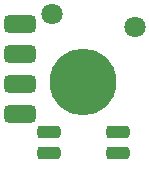
<source format=gbs>
G04*
G04 #@! TF.GenerationSoftware,Altium Limited,Altium Designer,20.0.2 (26)*
G04*
G04 Layer_Color=16711935*
%FSLAX25Y25*%
%MOIN*%
G70*
G01*
G75*
%ADD10C,0.22260*%
%ADD11C,0.07093*%
G04:AMPARAMS|DCode=18|XSize=108mil|YSize=58mil|CornerRadius=16.5mil|HoleSize=0mil|Usage=FLASHONLY|Rotation=180.000|XOffset=0mil|YOffset=0mil|HoleType=Round|Shape=RoundedRectangle|*
%AMROUNDEDRECTD18*
21,1,0.10800,0.02500,0,0,180.0*
21,1,0.07500,0.05800,0,0,180.0*
1,1,0.03300,-0.03750,0.01250*
1,1,0.03300,0.03750,0.01250*
1,1,0.03300,0.03750,-0.01250*
1,1,0.03300,-0.03750,-0.01250*
%
%ADD18ROUNDEDRECTD18*%
G04:AMPARAMS|DCode=19|XSize=78mil|YSize=43mil|CornerRadius=12.75mil|HoleSize=0mil|Usage=FLASHONLY|Rotation=180.000|XOffset=0mil|YOffset=0mil|HoleType=Round|Shape=RoundedRectangle|*
%AMROUNDEDRECTD19*
21,1,0.07800,0.01750,0,0,180.0*
21,1,0.05250,0.04300,0,0,180.0*
1,1,0.02550,-0.02625,0.00875*
1,1,0.02550,0.02625,0.00875*
1,1,0.02550,0.02625,-0.00875*
1,1,0.02550,-0.02625,-0.00875*
%
%ADD19ROUNDEDRECTD19*%
D10*
X29300Y56100D02*
D03*
D11*
X19012Y78743D02*
D03*
X46620Y74604D02*
D03*
D18*
X8500Y75500D02*
D03*
X8500Y65500D02*
D03*
X8500Y55500D02*
D03*
X8500Y45500D02*
D03*
D19*
X18199Y39499D02*
D03*
X18199Y32499D02*
D03*
X41199Y39499D02*
D03*
X41199Y32499D02*
D03*
M02*

</source>
